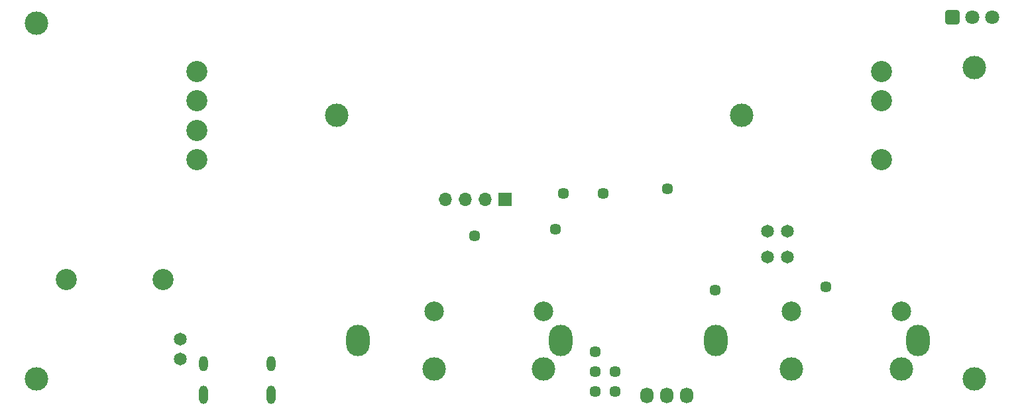
<source format=gbs>
G04 #@! TF.GenerationSoftware,KiCad,Pcbnew,9.0.3*
G04 #@! TF.CreationDate,2026-01-03T08:49:13-08:00*
G04 #@! TF.ProjectId,ir-remote,69722d72-656d-46f7-9465-2e6b69636164,rev?*
G04 #@! TF.SameCoordinates,Original*
G04 #@! TF.FileFunction,Soldermask,Bot*
G04 #@! TF.FilePolarity,Negative*
%FSLAX46Y46*%
G04 Gerber Fmt 4.6, Leading zero omitted, Abs format (unit mm)*
G04 Created by KiCad (PCBNEW 9.0.3) date 2026-01-03 08:49:13*
%MOMM*%
%LPD*%
G01*
G04 APERTURE LIST*
G04 Aperture macros list*
%AMRoundRect*
0 Rectangle with rounded corners*
0 $1 Rounding radius*
0 $2 $3 $4 $5 $6 $7 $8 $9 X,Y pos of 4 corners*
0 Add a 4 corners polygon primitive as box body*
4,1,4,$2,$3,$4,$5,$6,$7,$8,$9,$2,$3,0*
0 Add four circle primitives for the rounded corners*
1,1,$1+$1,$2,$3*
1,1,$1+$1,$4,$5*
1,1,$1+$1,$6,$7*
1,1,$1+$1,$8,$9*
0 Add four rect primitives between the rounded corners*
20,1,$1+$1,$2,$3,$4,$5,0*
20,1,$1+$1,$4,$5,$6,$7,0*
20,1,$1+$1,$6,$7,$8,$9,0*
20,1,$1+$1,$8,$9,$2,$3,0*%
G04 Aperture macros list end*
%ADD10C,1.451000*%
%ADD11C,1.651000*%
%ADD12C,3.000000*%
%ADD13R,1.700000X1.700000*%
%ADD14O,1.700000X1.700000*%
%ADD15O,1.727200X2.032000*%
%ADD16O,1.152400X2.352400*%
%ADD17O,1.152400X1.952400*%
%ADD18C,2.700000*%
%ADD19RoundRect,0.250200X-0.649800X-0.649800X0.649800X-0.649800X0.649800X0.649800X-0.649800X0.649800X0*%
%ADD20C,1.800000*%
%ADD21O,3.000000X4.000000*%
%ADD22C,2.500000*%
G04 APERTURE END LIST*
D10*
G04 #@! TO.C,TP8*
X75400000Y7510000D03*
G04 #@! TD*
G04 #@! TO.C,TP4*
X70330000Y23150000D03*
G04 #@! TD*
G04 #@! TO.C,TP12*
X76450000Y27700000D03*
G04 #@! TD*
D11*
G04 #@! TO.C,J1*
X97470000Y19640000D03*
X100010000Y19640000D03*
G04 #@! TD*
D12*
G04 #@! TO.C,H3*
X123860000Y4000000D03*
G04 #@! TD*
D13*
G04 #@! TO.C,J12*
X63870000Y26955000D03*
D14*
X61330000Y26955000D03*
X58790000Y26955000D03*
X56250000Y26955000D03*
G04 #@! TD*
D12*
G04 #@! TO.C,H4*
X4000000Y4000000D03*
G04 #@! TD*
D10*
G04 #@! TO.C,TP13*
X71370000Y27700000D03*
G04 #@! TD*
G04 #@! TO.C,TP2*
X90700000Y15340000D03*
G04 #@! TD*
D15*
G04 #@! TO.C,J6*
X82020000Y1920000D03*
X84560000Y1920000D03*
X87100000Y1920000D03*
G04 #@! TD*
D10*
G04 #@! TO.C,TP7*
X77940000Y4970000D03*
G04 #@! TD*
D16*
G04 #@! TO.C,J4*
X25370000Y1975000D03*
X34010000Y1975000D03*
D17*
X25370000Y5975000D03*
X34010000Y5975000D03*
G04 #@! TD*
D10*
G04 #@! TO.C,TP1*
X104850000Y15790000D03*
G04 #@! TD*
G04 #@! TO.C,TP5*
X75400000Y2430000D03*
G04 #@! TD*
D11*
G04 #@! TO.C,J2*
X97470000Y22890000D03*
X100010000Y22890000D03*
G04 #@! TD*
D10*
G04 #@! TO.C,TP6*
X77940000Y2430000D03*
G04 #@! TD*
G04 #@! TO.C,TP11*
X84620000Y28320000D03*
G04 #@! TD*
G04 #@! TO.C,TP3*
X59990000Y22340000D03*
G04 #@! TD*
D11*
G04 #@! TO.C,J8*
X22430000Y9120000D03*
X22430000Y6580000D03*
G04 #@! TD*
D12*
G04 #@! TO.C,H2*
X123860000Y43820000D03*
G04 #@! TD*
D10*
G04 #@! TO.C,TP14*
X75400000Y4970000D03*
G04 #@! TD*
D12*
G04 #@! TO.C,H1*
X4000000Y49480000D03*
G04 #@! TD*
D18*
G04 #@! TO.C,POT1*
X24490000Y39565000D03*
X24490000Y35815000D03*
X24490000Y43315000D03*
X24490000Y32065000D03*
X111990000Y43315000D03*
X111990000Y32065000D03*
X20240000Y16690000D03*
X7840000Y16690000D03*
D12*
X94090000Y37690000D03*
X42390000Y37690000D03*
D18*
X111990000Y39565000D03*
G04 #@! TD*
D19*
G04 #@! TO.C,U2*
X121090000Y50280000D03*
D20*
X123630000Y50280000D03*
X126170000Y50280000D03*
G04 #@! TD*
D21*
G04 #@! TO.C,J7*
X116690000Y8910000D03*
D12*
X114490000Y5310000D03*
X100490000Y5310000D03*
D21*
X90790000Y8910000D03*
D22*
X114490000Y12660000D03*
X100490000Y12660000D03*
G04 #@! TD*
D21*
G04 #@! TO.C,J5*
X71040000Y8910000D03*
D12*
X68840000Y5310000D03*
X54840000Y5310000D03*
D21*
X45140000Y8910000D03*
D22*
X68840000Y12660000D03*
X54840000Y12660000D03*
G04 #@! TD*
M02*

</source>
